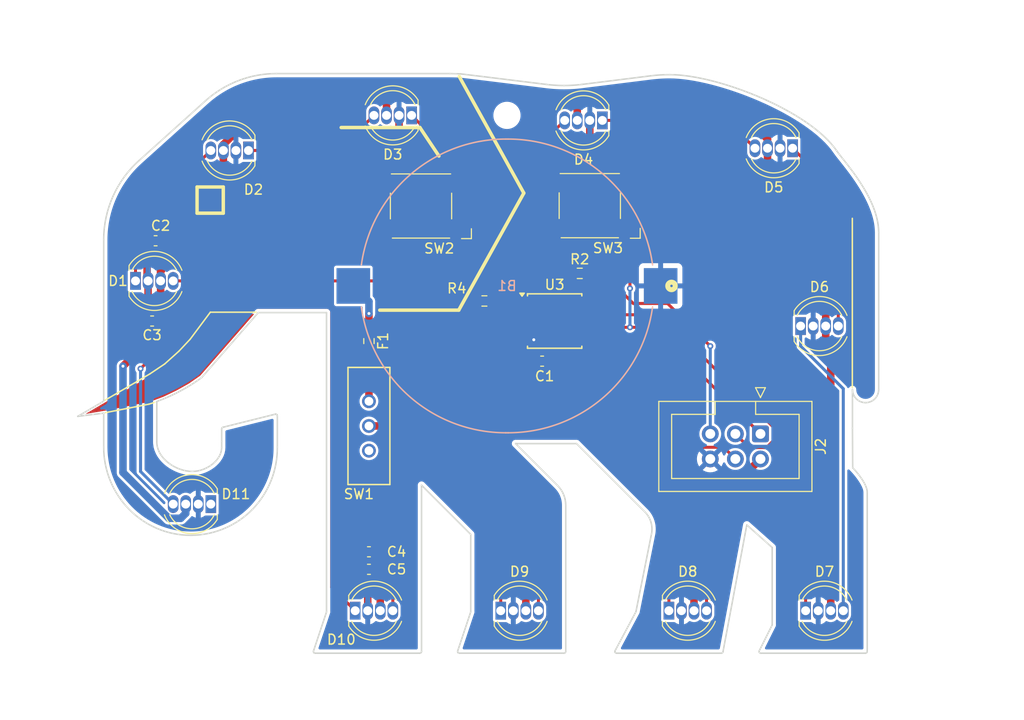
<source format=kicad_pcb>
(kicad_pcb (version 20240108) (generator "pcbnew") (generator_version "8.0")
  (layers (0 "F.Cu" signal) (31 "B.Cu" signal) (34 "B.Paste" user) (35 "F.Paste" user) (36 "B.SilkS" user "B.Silkscreen") (37 "F.SilkS" user "F.Silkscreen") (38 "B.Mask" user) (39 "F.Mask" user) (44 "Edge.Cuts" user))
  (net 0 "")
  (net 1 "Net-(F1-Pad2)")
  (net 2 "GND")
  (net 4 "V+")
  (net 5 "Net-(U3-XTAL1{slash}PB3)")
  (net 6 "Net-(U3-XTAL2{slash}PB4)")
  (net 7 "/SCK")
  (net 8 "/MISO")
  (net 9 "/RESET")
  (net 10 "/MOSI")
  (net 11 "Net-(D1-DOUT)")
  (net 12 "Net-(D3-DOUT)")
  (net 13 "Net-(D4-DOUT)")
  (net 14 "Net-(D5-DOUT)")
  (net 15 "Net-(D6-DOUT)")
  (net 16 "Net-(D7-DOUT)")
  (net 17 "Net-(D8-DOUT)")
  (net 18 "Net-(D10-DIN)")
  (net 19 "Net-(D10-DOUT)")
  (net 21 "Net-(B1-Pad2)")
  (net 22 "Net-(D2-DOUT)")
  (net 23 "Net-(D1-DIN)")
  (footprint "Capacitor_SMD:C_0603_1608Metric_Pad1.08x0.95mm_HandSolder" (layer "F.Cu") (at 101.346 147.828 180)
    (property "Reference" "C5" (at -2.794 -1.778 0) (layer "F.SilkS"))
    (property "Value" "C")
    (pad "1" smd roundrect (at -0.862501 0 180) (size 1.075 0.95) (layers "F.Cu" "F.Paste" "F.Mask") (net 4 "V+"))
    (pad "2" smd roundrect (at 0.862501 0 180) (size 1.075 0.95) (layers "F.Cu" "F.Paste" "F.Mask") (net 2 "GND"))
  )
  (footprint "LED_THT:LED_D5.0mm-4_RGB" (layer "F.Cu") (at 124.968 104.14 180)
    (property "Reference" "D4" (at 1.905 -3.96 0) (layer "F.SilkS"))
    (property "Value" "WS2812B" (hide yes))
    (pad "1" thru_hole rect (at 0 0 180) (size 1.07 1.8) (drill 0.9) (layers "*.Cu" "*.Mask") (net 13 "Net-(D4-DOUT)"))
    (pad "2" thru_hole oval (at 1.270001 0 180) (size 1.07 1.8) (drill 0.9) (layers "*.Cu" "*.Mask") (net 2 "GND"))
    (pad "3" thru_hole oval (at 2.54 0 180) (size 1.07 1.8) (drill 0.9) (layers "*.Cu" "*.Mask") (net 4 "V+"))
    (pad "4" thru_hole oval (at 3.81 0 180) (size 1.07 1.8) (drill 0.9) (layers "*.Cu" "*.Mask") (net 12 "Net-(D3-DOUT)"))
  )
  (footprint "LED_THT:LED_D5.0mm-4_RGB" (layer "F.Cu") (at 85.344 143.002 180)
    (property "Reference" "D11" (at -2.54 1.016 0) (layer "F.SilkS"))
    (property "Value" "WS2812B")
    (pad "1" thru_hole rect (at 0 0 180) (size 1.07 1.8) (drill 0.9) (layers "*.Cu" "*.Mask"))
    (pad "2" thru_hole oval (at 1.270001 0 180) (size 1.07 1.8) (drill 0.9) (layers "*.Cu" "*.Mask") (net 2 "GND"))
    (pad "3" thru_hole oval (at 2.54 0 180) (size 1.07 1.8) (drill 0.9) (layers "*.Cu" "*.Mask") (net 4 "V+"))
    (pad "4" thru_hole oval (at 3.81 0 180) (size 1.07 1.8) (drill 0.9) (layers "*.Cu" "*.Mask") (net 19 "Net-(D10-DOUT)"))
  )
  (footprint "LED_THT:LED_D5.0mm-4_RGB" (layer "F.Cu") (at 114.686 153.798)
    (property "Reference" "D9" (at 1.905 -3.96 0) (layer "F.SilkS"))
    (property "Value" "WS2812B" (hide yes))
    (pad "1" thru_hole rect (at 0 0) (size 1.07 1.8) (drill 0.9) (layers "*.Cu" "*.Mask") (net 18 "Net-(D10-DIN)"))
    (pad "2" thru_hole oval (at 1.270001 0) (size 1.07 1.8) (drill 0.9) (layers "*.Cu" "*.Mask") (net 2 "GND"))
    (pad "3" thru_hole oval (at 2.54 0) (size 1.07 1.8) (drill 0.9) (layers "*.Cu" "*.Mask") (net 4 "V+"))
    (pad "4" thru_hole oval (at 3.81 0) (size 1.07 1.8) (drill 0.9) (layers "*.Cu" "*.Mask") (net 17 "Net-(D8-DOUT)"))
  )
  (footprint "Resistor_SMD:R_0603_1608Metric_Pad0.98x0.95mm_HandSolder" (layer "F.Cu") (at 113.03 122.428 180)
    (property "Reference" "R4" (at 2.794 1.27 0) (layer "F.SilkS"))
    (property "Value" "330")
    (pad "1" smd roundrect (at -0.9125 0 180) (size 0.975 0.95) (layers "F.Cu" "F.Paste" "F.Mask") (net 5 "Net-(U3-XTAL1{slash}PB3)"))
    (pad "2" smd roundrect (at 0.9125 0 180) (size 0.975 0.95) (layers "F.Cu" "F.Paste" "F.Mask") (net 23 "Net-(D1-DIN)"))
  )
  (footprint "Button_Switch_SMD:SW_SPST_Omron_B3FS-100xP" (layer "F.Cu") (at 123.698 112.776 180)
    (property "Reference" "SW3" (at -1.842 -4.3 0) (layer "F.SilkS"))
    (property "Value" "SW_Omron_B3FS")
    (pad "1" smd rect (at -4 -2.25) (size 1.6 1.4) (layers "F.Cu" "F.Paste" "F.Mask") (net 8 "/MISO"))
    (pad "1" smd rect (at 4 -2.25) (size 1.6 1.4) (layers "F.Cu" "F.Paste" "F.Mask") (net 8 "/MISO"))
    (pad "2" smd rect (at -4 2.25) (size 1.6 1.4) (layers "F.Cu" "F.Paste" "F.Mask") (net 2 "GND"))
    (pad "2" smd rect (at 4 2.25) (size 1.6 1.4) (layers "F.Cu" "F.Paste" "F.Mask") (net 2 "GND"))
  )
  (footprint "Button_Switch_SMD:SW_SPST_Omron_B3FS-100xP" (layer "F.Cu") (at 106.616 112.812 180)
    (property "Reference" "SW2" (at -1.842 -4.3 0) (layer "F.SilkS"))
    (property "Value" "SW_Omron_B3FS")
    (pad "1" smd rect (at -4 -2.25) (size 1.6 1.4) (layers "F.Cu" "F.Paste" "F.Mask") (net 6 "Net-(U3-XTAL2{slash}PB4)"))
    (pad "1" smd rect (at 4 -2.25) (size 1.6 1.4) (layers "F.Cu" "F.Paste" "F.Mask") (net 6 "Net-(U3-XTAL2{slash}PB4)"))
    (pad "2" smd rect (at -4 2.25) (size 1.6 1.4) (layers "F.Cu" "F.Paste" "F.Mask") (net 2 "GND"))
    (pad "2" smd rect (at 4 2.25) (size 1.6 1.4) (layers "F.Cu" "F.Paste" "F.Mask") (net 2 "GND"))
  )
  (footprint "LED_THT:LED_D5.0mm-4_RGB" (layer "F.Cu") (at 145.542001 153.798)
    (property "Reference" "D7" (at 1.905 -3.96 0) (layer "F.SilkS"))
    (property "Value" "WS2812B" (hide yes))
    (pad "1" thru_hole rect (at 0 0) (size 1.07 1.8) (drill 0.9) (layers "*.Cu" "*.Mask") (net 16 "Net-(D7-DOUT)"))
    (pad "2" thru_hole oval (at 1.270001 0) (size 1.07 1.8) (drill 0.9) (layers "*.Cu" "*.Mask") (net 2 "GND"))
    (pad "3" thru_hole oval (at 2.54 0) (size 1.07 1.8) (drill 0.9) (layers "*.Cu" "*.Mask") (net 4 "V+"))
    (pad "4" thru_hole oval (at 3.81 0) (size 1.07 1.8) (drill 0.9) (layers "*.Cu" "*.Mask") (net 15 "Net-(D6-DOUT)"))
  )
  (footprint "Capacitor_SMD:C_0603_1608Metric_Pad1.08x0.95mm_HandSolder" (layer "F.Cu") (at 118.872 128.524 180)
    (property "Reference" "C1" (at -0.254 -1.524 0) (layer "F.SilkS"))
    (property "Value" "C")
    (pad "1" smd roundrect (at -0.862501 0 180) (size 1.075 0.95) (layers "F.Cu" "F.Paste" "F.Mask") (net 4 "V+"))
    (pad "2" smd roundrect (at 0.862501 0 180) (size 1.075 0.95) (layers "F.Cu" "F.Paste" "F.Mask") (net 2 "GND"))
  )
  (footprint "Package_SO:SOIC-8W_5.3x5.3mm_P1.27mm" (layer "F.Cu") (at 120.142 124.46)
    (property "Reference" "U3" (at 0 -3.68 0) (layer "F.SilkS"))
    (property "Value" "ATtiny85-20S")
    (pad "1" smd rect (at -3.65 -1.905) (size 1.7 0.65) (layers "F.Cu" "F.Paste" "F.Mask") (net 9 "/RESET"))
    (pad "2" smd rect (at -3.65 -0.635) (size 1.7 0.65) (layers "F.Cu" "F.Paste" "F.Mask") (net 5 "Net-(U3-XTAL1{slash}PB3)"))
    (pad "3" smd rect (at -3.65 0.635) (size 1.7 0.65) (layers "F.Cu" "F.Paste" "F.Mask") (net 6 "Net-(U3-XTAL2{slash}PB4)"))
    (pad "4" smd rect (at -3.65 1.905) (size 1.7 0.65) (layers "F.Cu" "F.Paste" "F.Mask") (net 2 "GND"))
    (pad "5" smd rect (at 3.65 1.905) (size 1.7 0.65) (layers "F.Cu" "F.Paste" "F.Mask") (net 10 "/MOSI"))
    (pad "6" smd rect (at 3.65 0.635) (size 1.7 0.65) (layers "F.Cu" "F.Paste" "F.Mask") (net 8 "/MISO"))
    (pad "7" smd rect (at 3.65 -0.635) (size 1.7 0.65) (layers "F.Cu" "F.Paste" "F.Mask") (net 7 "/SCK"))
    (pad "8" smd rect (at 3.65 -1.905) (size 1.7 0.65) (layers "F.Cu" "F.Paste" "F.Mask") (net 4 "V+"))
  )
  (footprint "LED_THT:LED_D5.0mm-4_RGB" (layer "F.Cu") (at 145.034 124.968)
    (property "Reference" "D6" (at 1.905 -3.96 0) (layer "F.SilkS"))
    (property "Value" "WS2812B" (hide yes))
    (pad "1" thru_hole rect (at 0 0) (size 1.07 1.8) (drill 0.9) (layers "*.Cu" "*.Mask") (net 15 "Net-(D6-DOUT)"))
    (pad "2" thru_hole oval (at 1.270001 0) (size 1.07 1.8) (drill 0.9) (layers "*.Cu" "*.Mask") (net 2 "GND"))
    (pad "3" thru_hole oval (at 2.54 0) (size 1.07 1.8) (drill 0.9) (layers "*.Cu" "*.Mask") (net 4 "V+"))
    (pad "4" thru_hole oval (at 3.81 0) (size 1.07 1.8) (drill 0.9) (layers "*.Cu" "*.Mask") (net 14 "Net-(D5-DOUT)"))
  )
  (footprint "Capacitor_SMD:C_0603_1608Metric_Pad1.08x0.95mm_HandSolder" (layer "F.Cu") (at 101.346 149.606 180)
    (property "Reference" "C4" (at -2.794 1.778 0) (layer "F.SilkS"))
    (property "Value" "C")
    (pad "1" smd roundrect (at -0.862501 0 180) (size 1.075 0.95) (layers "F.Cu" "F.Paste" "F.Mask") (net 4 "V+"))
    (pad "2" smd roundrect (at 0.862501 0 180) (size 1.075 0.95) (layers "F.Cu" "F.Paste" "F.Mask") (net 2 "GND"))
  )
  (footprint "LED_THT:LED_D5.0mm-4_RGB" (layer "F.Cu") (at 131.703999 153.796001)
    (property "Reference" "D8" (at 1.905 -3.96 0) (layer "F.SilkS"))
    (property "Value" "WS2812B" (hide yes))
    (pad "1" thru_hole rect (at 0 0) (size 1.07 1.8) (drill 0.9) (layers "*.Cu" "*.Mask") (net 17 "Net-(D8-DOUT)"))
    (pad "2" thru_hole oval (at 1.270001 0) (size 1.07 1.8) (drill 0.9) (layers "*.Cu" "*.Mask") (net 2 "GND"))
    (pad "3" thru_hole oval (at 2.54 0) (size 1.07 1.8) (drill 0.9) (layers "*.Cu" "*.Mask") (net 4 "V+"))
    (pad "4" thru_hole oval (at 3.81 0) (size 1.07 1.8) (drill 0.9) (layers "*.Cu" "*.Mask") (net 16 "Net-(D7-DOUT)"))
  )
  (footprint "Resistor_SMD:R_0603_1608Metric_Pad0.98x0.95mm_HandSolder" (layer "F.Cu") (at 101.346 126.492 -90)
    (property "Reference" "F1" (at 0 -1.43 90) (layer "F.SilkS"))
    (property "Value" "350mA")
    (pad "1" smd roundrect (at -0.9125 0 270) (size 0.975 0.95) (layers "F.Cu" "F.Paste" "F.Mask") (net 21 "Net-(B1-Pad2)"))
    (pad "2" smd roundrect (at 0.9125 0 270) (size 0.975 0.95) (layers "F.Cu" "F.Paste" "F.Mask") (net 1 "Net-(F1-Pad2)"))
  )
  (footprint "Capacitor_SMD:C_0603_1608Metric_Pad1.08x0.95mm_HandSolder" (layer "F.Cu") (at 79.401499 124.46 180)
    (property "Reference" "C3" (at 0 -1.43 0) (layer "F.SilkS"))
    (property "Value" "C")
    (pad "1" smd roundrect (at -0.862501 0 180) (size 1.075 0.95) (layers "F.Cu" "F.Paste" "F.Mask") (net 4 "V+"))
    (pad "2" smd roundrect (at 0.862501 0 180) (size 1.075 0.95) (layers "F.Cu" "F.Paste" "F.Mask") (net 2 "GND"))
  )
  (footprint "LED_THT:LED_D5.0mm-4_RGB" (layer "F.Cu") (at 144.222087 106.959558 180)
    (property "Reference" "D5" (at 1.905 -3.96 0) (layer "F.SilkS"))
    (property "Value" "WS2812B" (hide yes))
    (pad "1" thru_hole rect (at 0 0 180) (size 1.07 1.8) (drill 0.9) (layers "*.Cu" "*.Mask") (net 14 "Net-(D5-DOUT)"))
    (pad "2" thru_hole oval (at 1.270001 0 180) (size 1.07 1.8) (drill 0.9) (layers "*.Cu" "*.Mask") (net 2 "GND"))
    (pad "3" thru_hole oval (at 2.54 0 180) (size 1.07 1.8) (drill 0.9) (layers "*.Cu" "*.Mask") (net 4 "V+"))
    (pad "4" thru_hole oval (at 3.81 0 180) (size 1.07 1.8) (drill 0.9) (layers "*.Cu" "*.Mask") (net 13 "Net-(D4-DOUT)"))
  )
  (footprint "LED_THT:LED_D5.0mm-4_RGB" (layer "F.Cu") (at 99.954001 153.796001)
    (property "Reference" "D10" (at -1.402001 2.921999 0) (layer "F.SilkS"))
    (property "Value" "WS2812B" (hide yes))
    (pad "1" thru_hole rect (at 0 0) (size 1.07 1.8) (drill 0.9) (layers "*.Cu" "*.Mask") (net 19 "Net-(D10-DOUT)"))
    (pad "2" thru_hole oval (at 1.270001 0) (size 1.07 1.8) (drill 0.9) (layers "*.Cu" "*.Mask") (net 2 "GND"))
    (pad "3" thru_hole oval (at 2.54 0) (size 1.07 1.8) (drill 0.9) (layers "*.Cu" "*.Mask") (net 4 "V+"))
    (pad "4" thru_hole oval (at 3.81 0) (size 1.07 1.8) (drill 0.9) (layers "*.Cu" "*.Mask") (net 18 "Net-(D10-DIN)"))
  )
  (footprint "LED_THT:LED_D5.0mm-4_RGB" (layer "F.Cu") (at 105.664001 103.632 180)
    (property "Reference" "D3" (at 1.905 -3.96 0) (layer "F.SilkS"))
    (property "Value" "WS2812B" (hide yes))
    (pad "1" thru_hole rect (at 0 0 180) (size 1.07 1.8) (drill 0.9) (layers "*.Cu" "*.Mask") (net 12 "Net-(D3-DOUT)"))
    (pad "2" thru_hole oval (at 1.270001 0 180) (size 1.07 1.8) (drill 0.9) (layers "*.Cu" "*.Mask") (net 2 "GND"))
    (pad "3" thru_hole oval (at 2.54 0 180) (size 1.07 1.8) (drill 0.9) (layers "*.Cu" "*.Mask") (net 4 "V+"))
    (pad "4" thru_hole oval (at 3.81 0 180) (size 1.07 1.8) (drill 0.9) (layers "*.Cu" "*.Mask") (net 22 "Net-(D2-DOUT)"))
  )
  (footprint "LED_THT:LED_D5.0mm-4_RGB" (layer "F.Cu") (at 77.724 120.396)
    (property "Reference" "D1" (at -1.778 0 0) (layer "F.SilkS"))
    (property "Value" "WS2812B" (hide yes))
    (pad "1" thru_hole rect (at 0 0) (size 1.07 1.8) (drill 0.9) (layers "*.Cu" "*.Mask") (net 11 "Net-(D1-DOUT)"))
    (pad "2" thru_hole oval (at 1.270001 0) (size 1.07 1.8) (drill 0.9) (layers "*.Cu" "*.Mask") (net 2 "GND"))
    (pad "3" thru_hole oval (at 2.54 0) (size 1.07 1.8) (drill 0.9) (layers "*.Cu" "*.Mask") (net 4 "V+"))
    (pad "4" thru_hole oval (at 3.81 0) (size 1.07 1.8) (drill 0.9) (layers "*.Cu" "*.Mask") (net 23 "Net-(D1-DIN)"))
  )
  (footprint "LED_THT:LED_D5.0mm-4_RGB" (layer "F.Cu") (at 89.154 107.188 180)
    (property "Reference" "D2" (at -0.508 -3.96 0) (layer "F.SilkS"))
    (property "Value" "WS2812B" (hide yes))
    (pad "1" thru_hole rect (at 0 0 180) (size 1.07 1.8) (drill 0.9) (layers "*.Cu" "*.Mask") (net 22 "Net-(D2-DOUT)"))
    (pad "2" thru_hole oval (at 1.270001 0 180) (size 1.07 1.8) (drill 0.9) (layers "*.Cu" "*.Mask") (net 2 "GND"))
    (pad "3" thru_hole oval (at 2.54 0 180) (size 1.07 1.8) (drill 0.9) (layers "*.Cu" "*.Mask") (net 4 "V+"))
    (pad "4" thru_hole oval (at 3.81 0 180) (size 1.07 1.8) (drill 0.9) (layers "*.Cu" "*.Mask") (net 11 "Net-(D1-DOUT)"))
  )
  (footprint "footprints:SW_1218_EWI" (layer "F.Cu") (at 101.346 132.588)
    (property "Reference" "SW1" (at -1.016 9.398 0) (layer "F.SilkS"))
    (property "Value" "EG1218")
    (pad "1" thru_hole circle (at 0 0) (size 1.397 1.397) (drill 0.889) (layers "*.Cu" "*.Mask") (net 1 "Net-(F1-Pad2)"))
    (pad "2" thru_hole circle (at 0 2.5) (size 1.397 1.397) (drill 0.889) (layers "*.Cu" "*.Mask") (net 4 "V+"))
    (pad "3" thru_hole circle (at 0 5) (size 1.397 1.397) (drill 0.889) (layers "*.Cu" "*.Mask"))
  )
  (footprint "Resistor_SMD:R_0603_1608Metric_Pad0.98x0.95mm_HandSolder" (layer "F.Cu") (at 122.682 119.634)
    (property "Reference" "R2" (at 0 -1.43 0) (layer "F.SilkS"))
    (property "Value" "4.7K")
    (pad "1" smd roundrect (at -0.9125 0) (size 0.975 0.95) (layers "F.Cu" "F.Paste" "F.Mask") (net 9 "/RESET"))
    (pad "2" smd roundrect (at 0.9125 0) (size 0.975 0.95) (layers "F.Cu" "F.Paste" "F.Mask") (net 4 "V+"))
  )
  (footprint "Connector_IDC:IDC-Header_2x03_P2.54mm_Vertical" (layer "F.Cu") (at 140.97 135.89 -90)
    (property "Reference" "J2" (at 1.27 -6.1 90) (layer "F.SilkS"))
    (property "Value" "AVR-ISP-6")
    (pad "1" thru_hole roundrect (at 0 0 270) (size 1.7 1.7) (drill 1) (layers "*.Cu" "*.Mask") (roundrect_rratio 0.147059) (net 8 "/MISO"))
    (pad "2" thru_hole circle (at 2.54 0 270) (size 1.7 1.7) (drill 1) (layers "*.Cu" "*.Mask") (net 4 "V+"))
    (pad "3" thru_hole circle (at 0 2.54 270) (size 1.7 1.7) (drill 1) (layers "*.Cu" "*.Mask") (net 7 "/SCK"))
    (pad "4" thru_hole circle (at 2.54 2.54 270) (size 1.7 1.7) (drill 1) (layers "*.Cu" "*.Mask") (net 10 "/MOSI"))
    (pad "5" thru_hole circle (at 0 5.079999 270) (size 1.7 1.7) (drill 1) (layers "*.Cu" "*.Mask") (net 9 "/RESET"))
    (pad "6" thru_hole circle (at 2.54 5.08 270) (size 1.7 1.7) (drill 1) (layers "*.Cu" "*.Mask") (net 2 "GND"))
  )
  (footprint "MountingHole:MountingHole_2.5mm" (layer "F.Cu") (at 115.316 103.632)
    (property "Reference" "H1" (hide yes))
    (property "Value" "MountingHole")
    (pad "" np_thru_hole circle (at 0 0) (size 2.5 2.5) (drill 2.5) (layers "*.Cu" "*.Mask"))
  )
  (footprint "Capacitor_SMD:C_0603_1608Metric_Pad1.08x0.95mm_HandSolder" (layer "F.Cu") (at 79.756 116.332 180)
    (property "Reference" "C2" (at -0.508 1.524 0) (layer "F.SilkS"))
    (property "Value" "C")
    (pad "1" smd roundrect (at -0.862501 0 180) (size 1.075 0.95) (layers "F.Cu" "F.Paste" "F.Mask") (net 4 "V+"))
    (pad "2" smd roundrect (at 0.862501 0 180) (size 1.075 0.95) (layers "F.Cu" "F.Paste" "F.Mask") (net 2 "GND"))
  )
  (footprint "footprints:BAT_BH-128A-5_ADM" (layer "B.Cu") (at 115.316 120.904 180)
    (property "Reference" "B1" (at 0 0 0) (layer "B.SilkS") (effects (justify mirror)))
    (property "Value" "BH-128A-5")
    (pad "1" smd rect (at -15.549994 0 180) (size 3.4036 3.6068) (layers "B.Cu" "B.Paste" "B.Mask") (net 2 "GND"))
    (pad "2" smd rect (at 15.549994 0 180) (size 3.4036 3.6068) (layers "B.Cu" "B.Paste" "B.Mask") (net 21 "Net-(B1-Pad2)"))
  )
  (gr_poly (pts (xy 85.422016 123.742709) (xy 89.742908 123.742709) (xy 84.269454 129.992872) (xy 83.134562 130.783306) (xy 81.861388 131.498857) (xy 80.51194 132.142052) (xy 79.149879 132.646519) (xy 74.89813 133.494054) (xy 72.651719 133.872324) (xy 79.29027 129.959514) (xy 80.264 129.286) (xy 81.289069 128.549749) (xy 82.320541 127.566151) (xy 83.312 126.492)) (fill solid) (layer "F.Cu"))
  (gr_line (start 78.283486 130.340168) (end 79.178253 129.810612) (stroke (width 0.1524)) (layer "F.SilkS"))
  (gr_line (start 80.675618 128.806282) (end 82.118202 127.509783) (stroke (width 0.1524)) (layer "F.SilkS"))
  (gr_line (start 110.434416 123.358242) (end 102.440911 123.358242) (stroke (width 0.35)) (layer "F.SilkS"))
  (gr_line (start 79.178253 129.810612) (end 80.675618 128.806282) (stroke (width 0.1524)) (layer "F.SilkS"))
  (gr_line (start 110.487577 99.703651) (end 117.021207 111.502147) (stroke (width 0.35)) (layer "F.SilkS"))
  (gr_line (start 98.537513 104.862727) (end 106.503489 104.862727) (stroke (width 0.35)) (layer "F.SilkS"))
  (gr_line (start 83.250356 126.304586) (end 85.295538 123.565504) (stroke (width 0.1524)) (layer "F.SilkS"))
  (gr_line (start 83.952035 113.538) (end 83.952035 110.884888) (stroke (width 0.35)) (layer "F.SilkS"))
  (gr_line (start 74.654935 132.471309) (end 78.283486 130.340168) (stroke (width 0.1524)) (layer "F.SilkS"))
  (gr_line (start 82.118202 127.509783) (end 83.250356 126.304586) (stroke (width 0.1524)) (layer "F.SilkS"))
  (gr_line (start 79.090073 132.876961) (end 79.652665 132.700605) (stroke (width 0.1524)) (layer "F.SilkS"))
  (gr_line (start 150.2664 131.191) (end 150.2664 114.061083) (stroke (width 0.1524)) (layer "F.SilkS"))
  (gr_line (start 86.605148 113.538) (end 83.952035 113.538) (stroke (width 0.35)) (layer "F.SilkS"))
  (gr_line (start 86.605148 110.884888) (end 86.605148 113.538) (stroke (width 0.35)) (layer "F.SilkS"))
  (gr_line (start 74.682801 133.737395) (end 79.090073 132.876961) (stroke (width 0.1524)) (layer "F.SilkS"))
  (gr_line (start 106.503489 104.862727) (end 108.429603 107.747323) (stroke (width 0.35)) (layer "F.SilkS"))
  (gr_line (start 117.021207 111.502147) (end 110.434416 123.358242) (stroke (width 0.35)) (layer "F.SilkS"))
  (gr_line (start 83.952035 110.884888) (end 86.605148 110.884888) (stroke (width 0.35)) (layer "F.SilkS"))
  (gr_line (start 85.295538 123.565504) (end 89.916 123.565504) (stroke (width 0.1524)) (layer "F.SilkS"))
  (gr_curve (pts (xy 121.095607 158.097106) (xy 121.095607 158.097106) (xy 110.499027 158.097268) (xy 110.498946 158.097268)) (stroke (width 0.1524)) (layer "Edge.Cuts"))
  (gr_line (start 71.882 134.112) (end 74.500323 132.579677) (stroke (width 0.1524)) (layer "Edge.Cuts"))
  (gr_curve (pts (xy 131.779954 99.506222) (xy 136.691223 99.506222) (xy 145.981384 103.220225) (xy 148.68761 107.226369)) (stroke (width 0.1524)) (layer "Edge.Cuts"))
  (gr_line (start 140.854686 157.839147) (end 142.154685 155.239311) (stroke (width 0.1524)) (layer "Edge.Cuts"))
  (gr_line (start 111.643894 153.924738) (end 111.643894 146.061427) (stroke (width 0.1524)) (layer "Edge.Cuts"))
  (gr_curve (pts (xy 92.077192 137.220689) (xy 92.093871 139.591228) (xy 91.199838 141.828496) (xy 89.559698 143.52847)) (stroke (width 0.1524)) (layer "Edge.Cuts"))
  (gr_line (start 152.932953 115.481815) (end 152.932953 131.400489) (stroke (width 0.1524)) (layer "Edge.Cuts"))
  (gr_curve (pts (xy 110.759658 99.447279) (xy 111.03033 99.474079) (xy 116.010745 100.089667) (xy 119.289405 100.496686)) (stroke (width 0.1524)) (layer "Edge.Cuts"))
  (gr_line (start 79.878 132.603999) (end 79.878 136.706713) (stroke (width 0.1524)) (layer "Edge.Cuts"))
  (gr_curve (pts (xy 110.498946 158.097268) (xy 110.451743 158.097268) (xy 110.409721 158.083666) (xy 110.373934 158.058081)) (stroke (width 0.1524)) (layer "Edge.Cuts"))
  (gr_line (start 97.051777 153.924738) (end 97.051777 123.606971) (stroke (width 0.1524)) (layer "Edge.Cuts"))
  (gr_curve (pts (xy 126.242975 157.981162) (xy 126.231639 157.943432) (xy 126.237793 157.884974) (xy 126.264836 157.83607)) (stroke (width 0.1524)) (layer "Edge.Cuts"))
  (gr_line (start 116.189357 136.872533) (end 120.435243 141.118095) (stroke (width 0.1524)) (layer "Edge.Cuts"))
  (gr_curve (pts (xy 79.878 136.706716) (xy 79.878 138.352785) (xy 81.789783 139.687182) (xy 83.435852 139.687173)) (stroke (width 0.1524)) (layer "Edge.Cuts"))
  (gr_curve (pts (xy 150.301482 139.320404) (xy 150.829384 139.845229) (xy 151.77416 141.041339) (xy 151.772217 141.782669)) (stroke (width 0.1524)) (layer "Edge.Cuts"))
  (gr_curve (pts (xy 140.836063 157.983753) (xy 140.82408 157.945861) (xy 140.828938 157.889022) (xy 140.854686 157.839147)) (stroke (width 0.1524)) (layer "Edge.Cuts"))
  (gr_line (start 122.353341 136.872533) (end 116.189357 136.872533) (stroke (width 0.1524)) (layer "Edge.Cuts"))
  (gr_line (start 83.435852 139.687173) (end 83.51838 139.687171) (stroke (width 0.1524)) (layer "Edge.Cuts"))
  (gr_line (start 110.326002 157.878011) (end 111.643894 153.924738) (stroke (width 0.1524)) (layer "Edge.Cuts"))
  (gr_line (start 121.261426 143.112787) (end 121.261426 157.931287) (stroke (width 0.1524)) (layer "Edge.Cuts"))
  (gr_curve (pts (xy 83.29313 146.159073) (xy 78.444771 146.158749) (xy 74.500323 142.14637) (xy 74.500323 137.214535)) (stroke (width 0.1524)) (layer "Edge.Cuts"))
  (gr_line (start 137.01428 158.09743) (end 126.401831 158.09743) (stroke (width 0.1524)) (layer "Edge.Cuts"))
  (gr_line (start 142.154685 155.239311) (end 142.154685 147.393651) (stroke (width 0.1524)) (layer "Edge.Cuts"))
  (gr_curve (pts (xy 110.373934 158.058081) (xy 110.327054 158.023427) (xy 110.302926 157.94748) (xy 110.326002 157.878011)) (stroke (width 0.1524)) (layer "Edge.Cuts"))
  (gr_line (start 126.264836 157.83607) (end 128.366566 153.895428) (stroke (width 0.1524)) (layer "Edge.Cuts"))
  (gr_curve (pts (xy 129.940394 146.02645) (xy 130.10508 145.210307) (xy 129.85133 144.369712) (xy 129.26076 143.77979)) (stroke (width 0.1524)) (layer "Edge.Cuts"))
  (gr_line (start 128.366566 153.895428) (end 129.940394 146.02645) (stroke (width 0.1524)) (layer "Edge.Cuts"))
  (gr_line (start 106.503489 158.09743) (end 95.905614 158.097592) (stroke (width 0.1524)) (layer "Edge.Cuts"))
  (gr_curve (pts (xy 151.606397 132.727045) (xy 150.873761 132.727045) (xy 150.279841 132.133125) (xy 150.279841 131.400489)) (stroke (width 0.1524)) (layer "Edge.Cuts"))
  (gr_curve (pts (xy 151.772217 157.931611) (xy 151.772217 158.023103) (xy 151.697889 158.09743) (xy 151.606397 158.09743)) (stroke (width 0.1524)) (layer "Edge.Cuts"))
  (gr_curve (pts (xy 84.426166 130.177894) (xy 84.41815 130.187852) (xy 84.437339 130.169635) (xy 84.426166 130.177894)) (stroke (width 0.1524)) (layer "Edge.Cuts"))
  (gr_line (start 151.772217 141.782669) (end 151.772217 157.931611) (stroke (width 0.1524)) (layer "Edge.Cuts"))
  (gr_line (start 150.279825 135.311578) (end 150.301482 139.320404) (stroke (width 0.1524)) (layer "Edge.Cuts"))
  (gr_curve (pts (xy 121.261426 157.931287) (xy 121.261426 158.022779) (xy 121.187099 158.097106) (xy 121.095607 158.097106)) (stroke (width 0.1524)) (layer "Edge.Cuts"))
  (gr_line (start 122.901647 100.496443) (end 129.865257 99.62581) (stroke (width 0.1524)) (layer "Edge.Cuts"))
  (gr_curve (pts (xy 129.865257 99.62581) (xy 130.50052 99.546463) (xy 131.14469 99.506222) (xy 131.779954 99.506222)) (stroke (width 0.1524)) (layer "Edge.Cuts"))
  (gr_line (start 78.069329 108.216605) (end 84.794816 102.164193) (stroke (width 0.1524)) (layer "Edge.Cuts"))
  (gr_line (start 139.587397 145.111042) (end 137.177347 157.962216) (stroke (width 0.1524)) (layer "Edge.Cuts"))
  (gr_curve (pts (xy 119.289405 100.496686) (xy 119.884833 100.571499) (xy 120.492892 100.609554) (xy 121.094635 100.609554)) (stroke (width 0.1524)) (layer "Edge.Cuts"))
  (gr_curve (pts (xy 137.177347 157.962216) (xy 137.162611 158.040592) (xy 137.094113 158.09743) (xy 137.01428 158.09743)) (stroke (width 0.1524)) (layer "Edge.Cuts"))
  (gr_line (start 86.439328 136.645745) (end 86.439328 135.380157) (stroke (width 0.1524)) (layer "Edge.Cuts"))
  (gr_curve (pts (xy 74.500323 116.229137) (xy 74.500404 113.178074) (xy 75.801213 110.257691) (xy 78.069329 108.216605)) (stroke (width 0.1524)) (layer "Edge.Cuts"))
  (gr_line (start 142.154685 147.393651) (end 139.587397 145.111042) (stroke (width 0.1524)) (layer "Edge.Cuts"))
  (gr_curve (pts (xy 120.435243 141.118095) (xy 120.968003 141.650855) (xy 121.261426 142.359312) (xy 121.261426 143.112787)) (stroke (width 0.1524)) (layer "Edge.Cuts"))
  (gr_curve (pts (xy 152.932953 131.400489) (xy 152.932953 132.133125) (xy 152.339033 132.727045) (xy 151.606397 132.727045)) (stroke (width 0.1524)) (layer "Edge.Cuts"))
  (gr_curve (pts (xy 86.439328 135.380157) (xy 86.439328 135.303967) (xy 86.490904 135.237818) (xy 86.564826 135.219357)) (stroke (width 0.1524)) (layer "Edge.Cuts"))
  (gr_curve (pts (xy 84.794816 102.164193) (xy 86.774611 100.379852) (xy 89.33202 99.397484) (xy 91.996387 99.397484)) (stroke (width 0.1524)) (layer "Edge.Cuts"))
  (gr_curve (pts (xy 89.559698 143.52847) (xy 87.952593 145.177434) (xy 85.704476 146.137698) (xy 83.395957 146.158425)) (stroke (width 0.1524)) (layer "Edge.Cuts"))
  (gr_curve (pts (xy 126.401831 158.09743) (xy 126.329285 158.09743) (xy 126.265321 158.050632) (xy 126.242975 157.981162)) (stroke (width 0.1524)) (layer "Edge.Cuts"))
  (gr_line (start 86.439328 137.254595) (end 86.439328 136.645745) (stroke (width 0.1524)) (layer "Edge.Cuts"))
  (gr_line (start 83.395957 146.158425) (end 83.29313 146.159073) (stroke (width 0.1524)) (layer "Edge.Cuts"))
  (gr_line (start 95.733965 157.877849) (end 97.051777 153.924738) (stroke (width 0.1524)) (layer "Edge.Cuts"))
  (gr_line (start 91.996387 99.397484) (end 109.556172 99.397484) (stroke (width 0.1524)) (layer "Edge.Cuts"))
  (gr_curve (pts (xy 148.68761 107.226369) (xy 149.389752 108.264765) (xy 152.928419 111.985687) (xy 152.932953 115.481815)) (stroke (width 0.1524)) (layer "Edge.Cuts"))
  (gr_curve (pts (xy 106.669309 157.931611) (xy 106.669309 158.023103) (xy 106.594901 158.09743) (xy 106.503489 158.09743)) (stroke (width 0.1524)) (layer "Edge.Cuts"))
  (gr_curve (pts (xy 140.993948 158.09743) (xy 140.922212 158.09743) (xy 140.858734 158.051765) (xy 140.836063 157.983753)) (stroke (width 0.1524)) (layer "Edge.Cuts"))
  (gr_line (start 129.26076 143.77979) (end 122.353341 136.872533) (stroke (width 0.1524)) (layer "Edge.Cuts"))
  (gr_line (start 74.500323 137.214535) (end 74.500323 133.78715) (stroke (width 0.1524)) (layer "Edge.Cuts"))
  (gr_curve (pts (xy 95.781574 158.057919) (xy 95.734937 158.023589) (xy 95.710809 157.94748) (xy 95.733965 157.877849)) (stroke (width 0.1524)) (layer "Edge.Cuts"))
  (gr_curve (pts (xy 121.094635 100.609554) (xy 121.69654 100.609554) (xy 122.304437 100.571499) (xy 122.901647 100.496443)) (stroke (width 0.1524)) (layer "Edge.Cuts"))
  (gr_line (start 92.077354 134.070928) (end 92.077192 137.220689) (stroke (width 0.1524)) (layer "Edge.Cuts"))
  (gr_line (start 71.882 134.112) (end 74.500323 133.78715) (stroke (width 0.1524)) (layer "Edge.Cuts"))
  (gr_curve (pts (xy 79.878 132.603999) (xy 82.563542 131.649272) (xy 84.426166 130.177894) (xy 84.426166 130.177894)) (stroke (width 0.1524)) (layer "Edge.Cuts"))
  (gr_curve (pts (xy 83.51838 139.687171) (xy 84.861849 139.687164) (xy 86.439328 138.598064) (xy 86.439328 137.254595)) (stroke (width 0.1524)) (layer "Edge.Cuts"))
  (gr_line (start 74.500323 132.579677) (end 74.500323 116.229137) (stroke (width 0.1524)) (layer "Edge.Cuts"))
  (gr_line (start 90.148074 123.606971) (end 84.426166 130.177894) (stroke (width 0.1524)) (layer "Edge.Cuts"))
  (gr_curve (pts (xy 109.556172 99.397484) (xy 109.950236 99.404043) (xy 110.431987 99.418212) (xy 110.617562 99.430843)) (stroke (width 0.1524)) (layer "Edge.Cuts"))
  (gr_line (start 86.564826 135.219357) (end 91.870889 133.892801) (stroke (width 0.1524)) (layer "Edge.Cuts"))
  (gr_curve (pts (xy 95.905614 158.097592) (xy 95.860759 158.097592) (xy 95.817847 158.083828) (xy 95.781574 158.057919)) (stroke (width 0.1524)) (layer "Edge.Cuts"))
  (gr_curve (pts (xy 92.049258 133.96057) (xy 92.065532 133.985103) (xy 92.078001 134.027368) (xy 92.077354 134.070928)) (stroke (width 0.1524)) (layer "Edge.Cuts"))
  (gr_curve (pts (xy 91.911129 133.887862) (xy 91.966267 133.887862) (xy 92.017924 133.915067) (xy 92.049258 133.96057)) (stroke (width 0.1524)) (layer "Edge.Cuts"))
  (gr_line (start 106.669309 141.086842) (end 106.669309 157.931611) (stroke (width 0.1524)) (layer "Edge.Cuts"))
  (gr_line (start 150.279841 131.400489) (end 150.279825 135.311578) (stroke (width 0.1524)) (layer "Edge.Cuts"))
  (gr_line (start 151.606397 158.09743) (end 140.993948 158.09743) (stroke (width 0.1524)) (layer "Edge.Cuts"))
  (gr_line (start 110.617562 99.430843) (end 110.759658 99.447279) (stroke (width 0.1524)) (layer "Edge.Cuts"))
  (gr_line (start 111.643894 146.061427) (end 106.669309 141.086842) (stroke (width 0.1524)) (layer "Edge.Cuts"))
  (gr_curve (pts (xy 91.870889 133.892801) (xy 91.884167 133.889482) (xy 91.897446 133.887862) (xy 91.911129 133.887862)) (stroke (width 0.1524)) (layer "Edge.Cuts"))
  (gr_line (start 97.051777 123.606971) (end 90.148074 123.606971) (stroke (width 0.1524)) (layer "Edge.Cuts"))
  (segment (start 101.346 127.4045) (end 101.346 132.588) (width 0.762) (layer "F.Cu") (net 1))
  (segment (start 78.994001 122.681999) (end 78.538998 123.137002) (width 0.762) (layer "F.Cu") (net 2))
  (segment (start 100.483499 149.606) (end 100.483499 151.283499) (width 0.762) (layer "F.Cu") (net 2))
  (segment (start 78.893499 120.295498) (end 78.994001 120.396) (width 0.762) (layer "F.Cu") (net 2))
  (segment (start 116.492 126.365) (end 118.02143 126.365) (width 0.762) (layer "F.Cu") (net 2))
  (segment (start 118.058101 128.475398) (end 118.058101 126.384933) (width 0.762) (layer "F.Cu") (net 2))
  (segment (start 78.893499 116.332) (end 78.893499 120.295498) (width 0.762) (layer "F.Cu") (net 2))
  (segment (start 101.224002 152.024002) (end 101.224002 153.796001) (width 0.762) (layer "F.Cu") (net 2))
  (segment (start 102.616 110.562) (end 110.616 110.562) (width 0.762) (layer "F.Cu") (net 2))
  (segment (start 118.058101 126.384933) (end 118.029799 126.356631) (width 0.762) (layer "F.Cu") (net 2))
  (segment (start 123.697999 104.14) (end 123.697999 106.526001) (width 0.762) (layer "F.Cu") (net 2))
  (segment (start 100.483499 147.828) (end 100.483499 149.606) (width 0.762) (layer "F.Cu") (net 2))
  (segment (start 78.994001 120.396) (end 78.994001 122.681999) (width 0.762) (layer "F.Cu") (net 2))
  (segment (start 104.394 108.784) (end 102.616 110.562) (width 0.762) (layer "F.Cu") (net 2))
  (segment (start 119.698 110.526) (end 127.698 110.526) (width 0.762) (layer "F.Cu") (net 2))
  (segment (start 123.697999 106.526001) (end 119.698 110.526) (width 0.762) (layer "F.Cu") (net 2))
  (segment (start 118.009499 128.524) (end 118.058101 128.475398) (width 0.762) (layer "F.Cu") (net 2))
  (segment (start 100.483499 151.283499) (end 101.224002 152.024002) (width 0.762) (layer "F.Cu") (net 2))
  (segment (start 104.394 103.632) (end 104.394 108.784) (width 0.762) (layer "F.Cu") (net 2))
  (segment (start 78.538998 123.137002) (end 78.538998 124.46) (width 0.762) (layer "F.Cu") (net 2))
  (segment (start 127.698 110.526) (end 127.762 110.59) (width 0.3048) (layer "F.Cu") (net 2))
  (segment (start 118.02143 126.365) (end 118.029799 126.356631) (width 0.762) (layer "F.Cu") (net 2))
  (via (at 118.029799 126.356631) (size 0.6) (drill 0.3) (layers "F.Cu" "B.Cu") (net 2))
  (segment (start 141.682087 106.027558) (end 141.682087 106.959558) (width 0.762) (layer "F.Cu") (net 4))
  (segment (start 123.792 119.728) (end 123.792 122.555) (width 0.3048) (layer "F.Cu") (net 4))
  (segment (start 103.124 101.6) (end 121.92 101.6) (width 0.762) (layer "F.Cu") (net 4))
  (segment (start 147.574 127.645998) (end 148.082001 128.153999) (width 0.762) (layer "F.Cu") (net 4))
  (segment (start 138.176 141.224) (end 133.35 141.224) (width 0.762) (layer "F.Cu") (net 4))
  (segment (start 133.35 141.224) (end 121.92 129.794) (width 0.762) (layer "F.Cu") (net 4))
  (segment (start 113.792 134.874) (end 113.792 142.748) (width 0.762) (layer "F.Cu") (net 4))
  (segment (start 117.226 146.182) (end 117.226 153.798) (width 0.762) (layer "F.Cu") (net 4))
  (segment (start 91.596053 101.6) (end 103.124 101.6) (width 0.762) (layer "F.Cu") (net 4))
  (segment (start 86.614 107.188) (end 86.614 106.582053) (width 0.762) (layer "F.Cu") (net 4))
  (segment (start 134.243999 146.680001) (end 134.243999 153.796001) (width 0.762) (layer "F.Cu") (net 4))
  (segment (start 121.92 101.6) (end 122.428 102.108) (width 0.762) (layer "F.Cu") (net 4))
  (segment (start 121.666 123.7092) (end 121.666 129.54) (width 0.762) (layer "F.Cu") (net 4))
  (segment (start 102.494001 140.075999) (end 102.494001 153.796001) (width 0.762) (layer "F.Cu") (net 4))
  (segment (start 122.8202 122.555) (end 121.666 123.7092) (width 0.762) (layer "F.Cu") (net 4))
  (segment (start 80.264 116.686501) (end 80.264 120.396) (width 0.762) (layer "F.Cu") (net 4))
  (segment (start 86.614 107.188) (end 86.614 113.03) (width 0.762) (layer "F.Cu") (net 4))
  (segment (start 114.808 133.858) (end 113.792 134.874) (width 0.762) (layer "F.Cu") (net 4))
  (segment (start 148.082001 128.153999) (end 148.082001 142.748) (width 0.762) (layer "F.Cu") (net 4))
  (segment (start 103.124001 101.600001) (end 103.124001 103.632) (width 0.762) (layer "F.Cu") (net 4))
  (segment (start 148.082001 142.748) (end 148.082001 153.798) (width 0.762) (layer "F.Cu") (net 4))
  (segment (start 80.264 125.222) (end 76.454 129.032) (width 0.762) (layer "F.Cu") (net 4))
  (segment (start 120.904 126.238) (end 121.666 126.238) (width 0.762) (layer "F.Cu") (net 4))
  (segment (start 122.428 102.108) (end 137.762529 102.108) (width 0.762) (layer "F.Cu") (net 4))
  (segment (start 121.92 129.794) (end 121.158 129.794) (width 0.762) (layer "F.Cu") (net 4))
  (segment (start 80.264 120.396) (end 80.264 125.222) (width 0.762) (layer "F.Cu") (net 4))
  (segment (start 147.574 124.968) (end 147.574 127.645998) (width 0.762) (layer "F.Cu") (net 4))
  (segment (start 122.682 133.858) (end 114.808 133.858) (width 0.762) (layer "F.Cu") (net 4))
  (segment (start 113.792 142.748) (end 117.226 146.182) (width 0.762) (layer "F.Cu") (net 4))
  (segment (start 141.682087 106.959558) (end 141.682087 111.964087) (width 0.762) (layer "F.Cu") (net 4))
  (segment (start 103.124 101.6) (end 103.124001 101.600001) (width 0.762) (layer "F.Cu") (net 4))
  (segment (start 119.734501 127.407499) (end 120.904 126.238) (width 0.762) (layer "F.Cu") (net 4))
  (segment (start 148.082001 142.748) (end 137.16 142.748) (width 0.762) (layer "F.Cu") (net 4))
  (segment (start 140.97 138.43) (end 138.176 141.224) (width 0.762) (layer "F.Cu") (net 4))
  (segment (start 123.792 122.555) (end 122.8202 122.555) (width 0.762) (layer "F.Cu") (net 4))
  (segment (start 123.698 119.634) (end 123.792 119.728) (width 0.3048) (layer "F.Cu") (net 4))
  (segment (start 86.614 106.582053) (end 91.596053 101.6) (width 0.762) (layer "F.Cu") (net 4))
  (segment (start 80.618501 116.332) (end 80.264 116.686501) (width 0.762) (layer "F.Cu") (net 4))
  (segment (start 121.158 129.794) (end 105.664 129.794) (width 0.762) (layer "F.Cu") (net 4))
  (segment (start 80.264 119.38) (end 80.264 120.396) (width 0.762) (layer "F.Cu") (net 4))
  (segment (start 134.243999 145.419999) (end 122.682 133.858) (width 0.762) (layer "F.Cu") (net 4))
  (segment (start 119.734501 128.524) (end 119.734501 127.407499) (width 0.762) (layer "F.Cu") (net 4))
  (segment (start 109.728 138.684) (end 103.886 138.684) (width 0.762) (layer "F.Cu") (net 4))
  (segment (start 137.762529 102.108) (end 141.682087 106.027558) (width 0.762) (layer "F.Cu") (net 4))
  (segment (start 103.886 138.684) (end 102.494001 140.075999) (width 0.762) (layer "F.Cu") (net 4))
  (segment (start 121.666 129.54) (end 121.92 129.794) (width 0.762) (layer "F.Cu") (net 4))
  (segment (start 104.648 130.81) (end 104.648 135.128) (width 0.762) (layer "F.Cu") (net 4))
  (segment (start 105.664 129.794) (end 104.648 130.81) (width 0.762) (layer "F.Cu") (net 4))
  (segment (start 86.614 113.03) (end 80.264 119.38) (width 0.762) (layer "F.Cu") (net 4))
  (segment (start 141.682087 111.964087) (end 147.574 117.856) (width 0.762) (layer "F.Cu") (net 4))
  (segment (start 104.648 135.128) (end 104.608 135.088) (width 0.762) (layer "F.Cu") (net 4))
  (segment (start 147.574 117.856) (end 147.574 124.968) (width 0.762) (layer "F.Cu") (net 4))
  (segment (start 123.5945 119.634) (end 123.698 119.634) (width 0.3048) (layer "F.Cu") (net 4))
  (segment (start 134.243999 145.664001) (end 134.243999 146.680001) (width 0.762) (layer "F.Cu") (net 4))
  (segment (start 134.243999 146.680001) (end 134.243999 145.419999) (width 0.762) (layer "F.Cu") (net 4))
  (segment (start 122.428 102.108) (end 122.428 104.14) (width 0.762) (layer "F.Cu") (net 4))
  (segment (start 137.16 142.748) (end 134.243999 145.664001) (width 0.762) (layer "F.Cu") (net 4))
  (segment (start 104.608 135.088) (end 104.608 137.962) (width 0.762) (layer "F.Cu") (net 4))
  (segment (start 113.792 142.748) (end 109.728 138.684) (width 0.762) (layer "F.Cu") (net 4))
  (segment (start 101.346 135.088) (end 104.608 135.088) (width 0.762) (layer "F.Cu") (net 4))
  (segment (start 104.608 137.962) (end 103.886 138.684) (width 0.762) (layer "F.Cu") (net 4))
  (via (at 76.454 129.032) (size 0.6) (drill 0.3) (layers "F.Cu" "B.Cu") (net 4))
  (segment (start 76.454 129.032) (end 76.454 139.797946) (width 0.762) (layer "B.Cu") (net 4))
  (segment (start 82.804 143.934) (end 82.804 143.002) (width 0.762) (layer "B.Cu") (net 4))
  (segment (start 76.454 139.797946) (end 81.091454 144.4354) (width 0.762) (layer "B.Cu") (net 4))
  (segment (start 81.091454 144.4354) (end 82.3026 144.4354) (width 0.762) (layer "B.Cu") (net 4))
  (segment (start 82.3026 144.4354) (end 82.804 143.934) (width 0.762) (layer "B.Cu") (net 4))
  (segment (start 113.9425 122.428) (end 113.9425 122.5785) (width 0.3048) (layer "F.Cu") (net 5))
  (segment (start 116.365 123.698) (end 116.492 123.825) (width 0.3048) (layer "F.Cu") (net 5))
  (segment (start 115.189 123.825) (end 116.492 123.825) (width 0.3048) (layer "F.Cu") (net 5))
  (segment (start 113.9425 122.5785) (end 115.189 123.825) (width 0.3048) (layer "F.Cu") (net 5))
  (segment (start 112.9098 117.3558) (end 112.9098 123.0698) (width 0.3048) (layer "F.Cu") (net 6))
  (segment (start 102.616 115.062) (end 110.616 115.062) (width 0.3048) (layer "F.Cu") (net 6))
  (segment (start 114.935 125.095) (end 116.492 125.095) (width 0.3048) (layer "F.Cu") (net 6))
  (segment (start 110.616 115.062) (end 112.9098 117.3558) (width 0.3048) (layer "F.Cu") (net 6))
  (segment (start 112.9098 123.0698) (end 114.935 125.095) (width 0.3048) (layer "F.Cu") (net 6))
  (segment (start 138.43 135.89) (end 139.8152 137.2752) (width 0.3048) (layer "F.Cu") (net 7))
  (segment (start 139.8152 137.2752) (end 141.576334 137.2752) (width 0.3048) (layer "F.Cu") (net 7))
  (segment (start 142.24 135.168466) (end 130.896534 123.825) (width 0.3048) (layer "F.Cu") (net 7))
  (segment (start 142.24 136.611534) (end 142.24 135.168466) (width 0.3048) (layer "F.Cu") (net 7))
  (segment (start 130.896534 123.825) (end 123.792 123.825) (width 0.3048) (layer "F.Cu") (net 7))
  (segment (start 141.576334 137.2752) (end 142.24 136.611534) (width 0.3048) (layer "F.Cu") (net 7))
  (segment (start 130.175 125.095) (end 127.762 125.095) (width 0.3048) (layer "F.Cu") (net 8))
  (segment (start 127.762 125.095) (end 123.792 125.095) (width 0.3048) (layer "F.Cu") (net 8))
  (segment (start 119.698 115.026) (end 127.698 115.026) (width 0.3048) (layer "F.Cu") (net 8))
  (segment (start 140.97 135.89) (end 130.175 125.095) (width 0.3048) (layer "F.Cu") (net 8))
  (segment (start 127.762 121.158) (end 127.762 115.09) (width 0.3048) (layer "F.Cu") (net 8))
  (segment (start 127.762 115.09) (end 127.698 115.026) (width 0.3048) (layer "F.Cu") (net 8))
  (via (at 127.762 125.095) (size 0.6) (drill 0.3) (layers "F.Cu" "B.Cu") (net 8))
  (via (at 127.762 121.158) (size 0.6) (drill 0.3) (layers "F.Cu" "B.Cu") (net 8))
  (segment (start 127.762 121.158) (end 127.762 125.095) (width 0.3048) (layer "B.Cu") (net 8))
  (segment (start 131.572 122.682) (end 128.096341 122.682) (width 0.3048) (layer "F.Cu") (net 9))
  (segment (start 128.096341 122.682) (end 124.032341 118.618) (width 0.3048) (layer "F.Cu") (net 9))
  (segment (start 116.492 122.555) (end 116.492 121.459) (width 0.3048) (layer "F.Cu") (net 9))
  (segment (start 118.317 119.634) (end 121.7695 119.634) (width 0.3048) (layer "F.Cu") (net 9))
  (segment (start 124.032341 118.618) (end 122.7855 118.618) (width 0.3048) (layer "F.Cu") (net 9))
  (segment (start 135.89 127) (end 131.572 122.682) (width 0.3048) (layer "F.Cu") (net 9))
  (segment (start 122.7855 118.618) (end 121.7695 119.634) (width 0.3048) (layer "F.Cu") (net 9))
  (segment (start 116.492 121.459) (end 118.317 119.634) (width 0.3048) (layer "F.Cu") (net 9))
  (via (at 135.89 127) (size 0.6) (drill 0.3) (layers "F.Cu" "B.Cu") (net 9))
  (segment (start 135.890001 127.000001) (end 135.89 127) (width 0.3048) (layer "B.Cu") (net 9))
  (segment (start 135.890001 135.89) (end 135.890001 127.000001) (width 0.3048) (layer "B.Cu") (net 9))
  (segment (start 124.333 126.365) (end 123.792 126.365) (width 0.3048) (layer "F.Cu") (net 10))
  (segment (start 135.215022 137.247022) (end 124.333 126.365) (width 0.3048) (layer "F.Cu") (net 10))
  (segment (start 137.247022 137.247022) (end 135.215022 137.247022) (width 0.3048) (layer "F.Cu") (net 10))
  (segment (start 138.43 138.43) (end 137.247022 137.247022) (width 0.3048) (layer "F.Cu") (net 10))
  (segment (start 85.344 107.188) (end 77.724 114.808) (width 0.3048) (layer "F.Cu") (net 11))
  (segment (start 77.724 114.808) (end 77.724 120.396) (width 0.3048) (layer "F.Cu") (net 11))
  (segment (start 119.126 106.172) (end 121.158 104.14) (width 0.3048) (layer "F.Cu") (net 12))
  (segment (start 108.204001 106.172) (end 119.126 106.172) (width 0.3048) (layer "F.Cu") (net 12))
  (segment (start 105.664001 103.632) (end 108.204001 106.172) (width 0.3048) (layer "F.Cu") (net 12))
  (segment (start 137.592529 104.14) (end 140.412087 106.959558) (width 0.3048) (layer "F.Cu") (net 13))
  (segment (start 124.968 104.14) (end 137.592529 104.14) (width 0.3048) (layer "F.Cu") (net 13))
  (segment (start 148.844 111.581471) (end 148.844 124.968) (width 0.3048) (layer "F.Cu") (net 14))
  (segment (start 144.222087 106.959558) (end 148.844 111.581471) (width 0.3048) (layer "F.Cu") (net 14))
  (segment (start 145.034 127) (end 149.352001 131.318001) (width 0.3048) (layer "B.Cu") (net 15))
  (segment (start 145.034 124.968) (end 145.034 127) (width 0.3048) (layer "B.Cu") (net 15))
  (segment (start 149.352001 131.318001) (end 149.352001 153.798) (width 0.3048) (layer "B.Cu") (net 15))
  (segment (start 135.513999 147.696001) (end 135.513999 153.796001) (width 0.3048) (layer "F.Cu") (net 16))
  (segment (start 139.192 144.018) (end 135.513999 147.696001) (width 0.3048) (layer "F.Cu") (net 16))
  (segment (start 145.542001 153.798) (end 145.542001 149.098001) (width 0.3048) (layer "F.Cu") (net 16))
  (segment (start 145.542001 149.098001) (end 140.462 144.018) (width 0.3048) (layer "F.Cu") (net 16))
  (segment (start 140.462 144.018) (end 139.192 144.018) (width 0.3048) (layer "F.Cu") (net 16))
  (segment (start 118.618 153.676) (end 118.496 153.798) (width 0.3048) (layer "F.Cu") (net 17))
  (segment (start 131.703999 144.911999) (end 122.174 135.382) (width 0.3048) (layer "F.Cu") (net 17))
  (segment (start 115.316 137.668) (end 118.496 140.848) (width 0.3048) (layer "F.Cu") (net 17))
  (segment (start 115.316 135.636) (end 115.316 137.668) (width 0.3048) (layer "F.Cu") (net 17))
  (segment (start 131.703999 153.796001) (end 131.703999 144.911999) (width 0.3048) (layer "F.Cu") (net 17))
  (segment (start 115.57 135.382) (end 115.316 135.636) (width 0.3048) (layer "F.Cu") (net 17))
  (segment (start 118.496 140.848) (end 118.496 153.798) (width 0.3048) (layer "F.Cu") (net 17))
  (segment (start 122.174 135.382) (end 115.57 135.382) (width 0.3048) (layer "F.Cu") (net 17))
  (segment (start 105.918 139.954) (end 103.764001 142.107999) (width 0.3048) (layer "F.Cu") (net 18))
  (segment (start 107.95 139.954) (end 105.918 139.954) (width 0.3048) (layer "F.Cu") (net 18))
  (segment (start 103.764001 142.107999) (end 103.764001 153.796001) (width 0.3048) (layer "F.Cu") (net 18))
  (segment (start 114.686 153.798) (end 114.686 146.69) (width 0.3048) (layer "F.Cu") (net 18))
  (segment (start 114.686 146.69) (end 107.95 139.954) (width 0.3048) (layer "F.Cu") (net 18))
  (segment (start 97.585177 123.386029) (end 97.272719 123.073571) (width 0.3048) (layer "F.Cu") (net 19))
  (segment (start 97.585177 151.427177) (end 97.585177 123.386029) (width 0.3048) (layer "F.Cu") (net 19))
  (segment (start 97.272719 123.073571) (end 84.444429 123.073571) (width 0.3048) (layer "F.Cu") (net 19))
  (segment (start 99.954001 153.796001) (end 97.585177 151.427177) (width 0.3048) (layer "F.Cu") (net 19))
  (segment (start 84.444429 123.073571) (end 78.232 129.286) (width 0.3048) (layer "F.Cu") (net 19))
  (via (at 78.232 129.286) (size 0.6) (drill 0.3) (layers "F.Cu" "B.Cu") (net 19))
  (segment (start 78.232 129.286) (end 78.232 139.7) (width 0.3048) (layer "B.Cu") (net 19))
  (segment (start 78.232 139.7) (end 81.534 143.002) (width 0.3048) (layer "B.Cu") (net 19))
  (segment (start 101.346 123.698) (end 101.346 125.5795) (width 0.762) (layer "F.Cu") (net 21))
  (via (at 101.346 123.698) (size 0.6) (drill 0.3) (layers "F.Cu" "B.Cu") (net 21))
  (segment (start 101.346 123.698) (end 101.346 122.483994) (width 0.762) (layer "B.Cu") (net 21))
  (segment (start 101.346 122.483994) (end 99.766006 120.904) (width 0.762) (layer "B.Cu") (net 21))
  (segment (start 98.298001 107.188) (end 101.854001 103.632) (width 0.3048) (layer "F.Cu") (net 22))
  (segment (start 89.154 107.188) (end 98.298001 107.188) (width 0.3048) (layer "F.Cu") (net 22))
  (segment (start 112.1175 122.428) (end 110.0855 120.396) (width 0.3048) (layer "F.Cu") (net 23))
  (segment (start 110.0855 120.396) (end 81.534 120.396) (width 0.3048) (layer "F.Cu") (net 23))
  (zone (net 2) (net_name "GND") (layer "B.Cu") (priority 1) (connect_pads (clearance 0.254)) (min_thickness 0.25) (fill yes (thermal_gap 0.5) (thermal_bridge_width 0.5) (island_removal_mode 1) (island_area_min 9.999998))
    (polygon (pts (xy 64.262 92.202) (xy 64.008 164.846) (xy 167.64 164.846) (xy 167.64 93.726) (xy 64.262 91.948)))
  )
)
</source>
